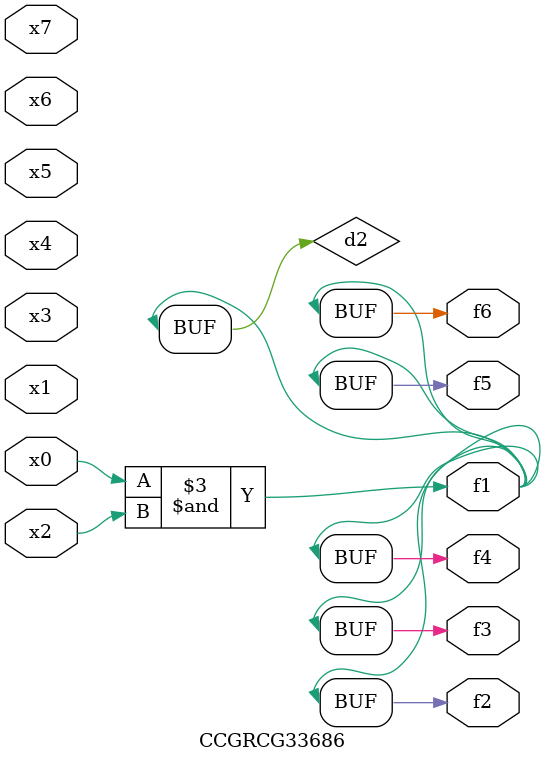
<source format=v>
module CCGRCG33686(
	input x0, x1, x2, x3, x4, x5, x6, x7,
	output f1, f2, f3, f4, f5, f6
);

	wire d1, d2;

	nor (d1, x3, x6);
	and (d2, x0, x2);
	assign f1 = d2;
	assign f2 = d2;
	assign f3 = d2;
	assign f4 = d2;
	assign f5 = d2;
	assign f6 = d2;
endmodule

</source>
